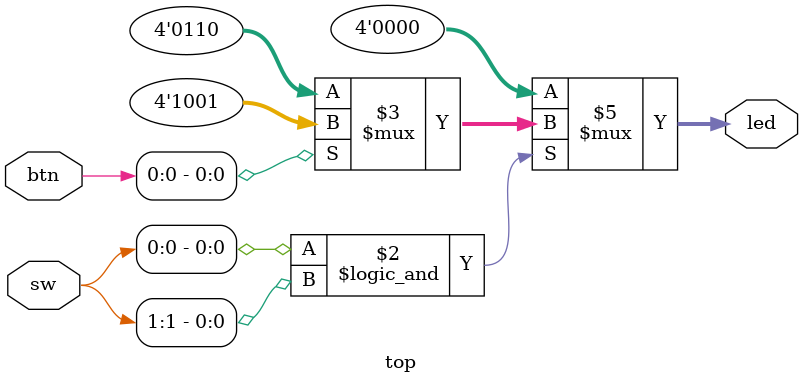
<source format=sv>

`default_nettype none
`timescale 1ns / 1ps

module top (
    input wire logic [3:0] sw,
    input wire logic [3:0] btn,
    output     logic [3:0] led
    );

    always_comb begin
        if (sw[0] && sw[1]) begin
            led[3:0] = btn[0] ? 4'b1001 : 4'b0110;
        end else begin
            led[3:0] = 4'b0000;
        end
    end
endmodule

</source>
